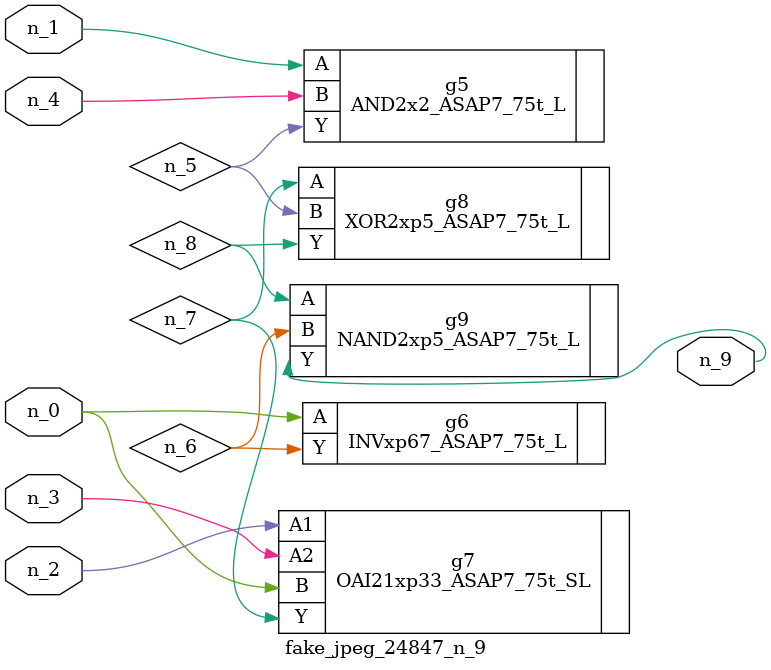
<source format=v>
module fake_jpeg_24847_n_9 (n_3, n_2, n_1, n_0, n_4, n_9);

input n_3;
input n_2;
input n_1;
input n_0;
input n_4;

output n_9;

wire n_8;
wire n_6;
wire n_5;
wire n_7;

AND2x2_ASAP7_75t_L g5 ( 
.A(n_1),
.B(n_4),
.Y(n_5)
);

INVxp67_ASAP7_75t_L g6 ( 
.A(n_0),
.Y(n_6)
);

OAI21xp33_ASAP7_75t_SL g7 ( 
.A1(n_2),
.A2(n_3),
.B(n_0),
.Y(n_7)
);

XOR2xp5_ASAP7_75t_L g8 ( 
.A(n_7),
.B(n_5),
.Y(n_8)
);

NAND2xp5_ASAP7_75t_L g9 ( 
.A(n_8),
.B(n_6),
.Y(n_9)
);


endmodule
</source>
